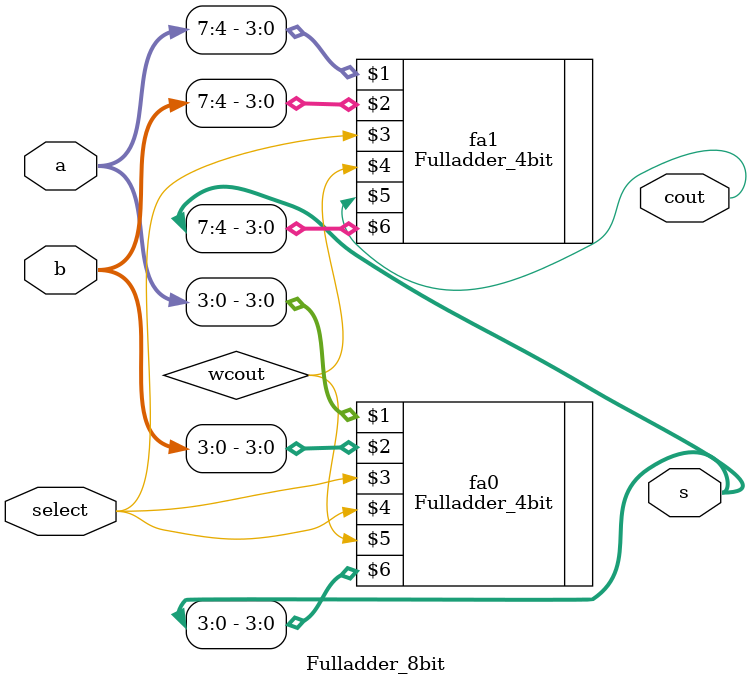
<source format=v>
`timescale 1ns / 1ps
`default_nettype none

/*
**********************************************************
** Logic Design Final Project Fall, 2019 Semester
** Amirkabir University of Technology (Tehran Polytechnic)
** Department of Computer Engineering (CEIT-AUT)
** Logic Circuit Design Laboratory
** https://ceit.aut.ac.ir
**********************************************************
** Student ID: 9623105
** Student ID: 9731131
**********************************************************
** Module Name: Fulladder_8bit
**********************************************************
** Additional Comments:
*/

module Fulladder_8bit(a, b, select, s, cout);
input [7:0] a;
input [7:0] b;
input select;
output [7:0] s;
output cout;
wire wcout;

	Fulladder_4bit fa0(a[3:0], b[3:0], select, select, wcout, s[3:0]);
	Fulladder_4bit fa1(a[7:4], b[7:4], select, wcout, cout, s[7:4]);

endmodule

</source>
